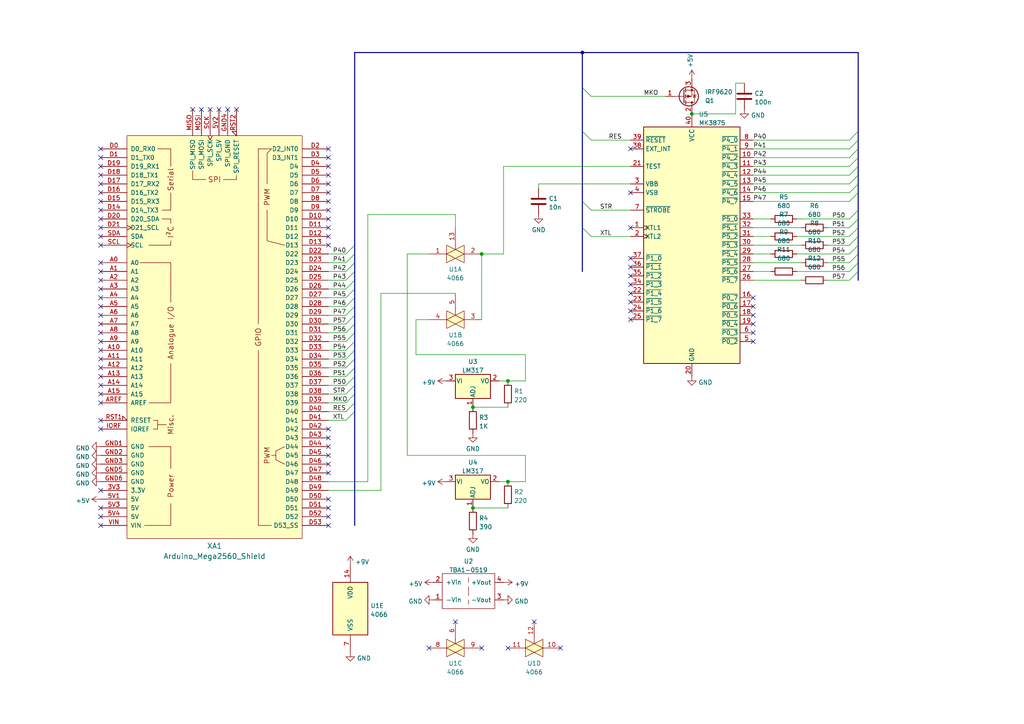
<source format=kicad_sch>
(kicad_sch (version 20230121) (generator eeschema)
  (paper "A4")
  (lib_symbols
    (symbol "4xxx:4066" (pin_names (offset 1.016))
      (property "Reference" "U" (at -7.62 8.89 0))
      (property "Value" "4066" (at -7.62 -8.89 0))
      (symbol "4066_1_0"
        (polyline (pts (xy 0 1.27) (xy 0 2.54)) (stroke (width 0.1524)))
        (polyline (pts (xy -2.54 0) (xy 2.54 2.54) (xy 2.54 -2.54) (xy -2.54 0)) (fill (type background)))
        (polyline (pts (xy -2.54 2.54) (xy 2.54 0) (xy -2.54 -2.54) (xy -2.54 2.54)) (fill (type background)))
        (pin passive line (at -7.62 0 0) (length 5.08) (name "~") (number "1"))
        (pin input line (at 0 7.62 270) (length 5.08) (name "~") (number "13"))
        (pin passive line (at 7.62 0 180) (length 5.08) (name "~") (number "2"))
      )
      (symbol "4066_2_0"
        (polyline (pts (xy 0 1.27) (xy 0 2.54)) (stroke (width 0.1524)))
        (polyline (pts (xy -2.54 0) (xy 2.54 2.54) (xy 2.54 -2.54) (xy -2.54 0)) (fill (type background)))
        (polyline (pts (xy -2.54 2.54) (xy 2.54 0) (xy -2.54 -2.54) (xy -2.54 2.54)) (fill (type background)))
        (pin passive line (at 7.62 0 180) (length 5.08) (name "~") (number "3"))
        (pin passive line (at -7.62 0 0) (length 5.08) (name "~") (number "4"))
        (pin input line (at 0 7.62 270) (length 5.08) (name "~") (number "5"))
      )
      (symbol "4066_3_0"
        (polyline (pts (xy 0 1.27) (xy 0 2.54)) (stroke (width 0.1524)))
        (polyline (pts (xy -2.54 0) (xy 2.54 2.54) (xy 2.54 -2.54) (xy -2.54 0)) (fill (type background)))
        (polyline (pts (xy -2.54 2.54) (xy 2.54 0) (xy -2.54 -2.54) (xy -2.54 2.54)) (fill (type background)))
        (pin input line (at 0 7.62 270) (length 5.08) (name "~") (number "6"))
        (pin passive line (at -7.62 0 0) (length 5.08) (name "~") (number "8"))
        (pin passive line (at 7.62 0 180) (length 5.08) (name "~") (number "9"))
      )
      (symbol "4066_4_0"
        (polyline (pts (xy 0 1.27) (xy 0 2.54)) (stroke (width 0.1524)))
        (polyline (pts (xy -2.54 0) (xy 2.54 2.54) (xy 2.54 -2.54) (xy -2.54 0)) (fill (type background)))
        (polyline (pts (xy -2.54 2.54) (xy 2.54 0) (xy -2.54 -2.54) (xy -2.54 2.54)) (fill (type background)))
        (pin passive line (at 7.62 0 180) (length 5.08) (name "~") (number "10"))
        (pin passive line (at -7.62 0 0) (length 5.08) (name "~") (number "11"))
        (pin input line (at 0 7.62 270) (length 5.08) (name "~") (number "12"))
      )
      (symbol "4066_5_0"
        (pin power_in line (at 0 12.7 270) (length 5.08) (name "VDD") (number "14"))
        (pin power_in line (at 0 -12.7 90) (length 5.08) (name "VSS") (number "7"))
      )
      (symbol "4066_5_1"
        (rectangle (start -5.08 7.62) (end 5.08 -7.62) (stroke (width 0.254)) (fill (type background)))
      )
    )
    (symbol "Device:C" (pin_numbers hide) (pin_names (offset 0.254))
      (property "Reference" "C" (at 0.635 2.54 0))
      (property "Value" "C" (at 0.635 -2.54 0))
      (symbol "C_0_1"
        (polyline (pts (xy -2.032 -0.762) (xy 2.032 -0.762)) (stroke (width 0.508)))
        (polyline (pts (xy -2.032 0.762) (xy 2.032 0.762)) (stroke (width 0.508)))
      )
      (symbol "C_1_1"
        (pin passive line (at 0 3.81 270) (length 2.794) (name "~") (number "1"))
        (pin passive line (at 0 -3.81 90) (length 2.794) (name "~") (number "2"))
      )
    )
    (symbol "Device:R" (pin_numbers hide) (pin_names (offset 0))
      (property "Reference" "R" (at 2.032 0 90))
      (property "Value" "R" (at 0 0 90))
      (symbol "R_0_1"
        (rectangle (start -1.016 -2.54) (end 1.016 2.54) (stroke (width 0.254)))
      )
      (symbol "R_1_1"
        (pin passive line (at 0 3.81 270) (length 1.27) (name "~") (number "1"))
        (pin passive line (at 0 -3.81 90) (length 1.27) (name "~") (number "2"))
      )
    )
    (symbol "MDC:TEA1-0505" (pin_names (offset 1.016))
      (property "Reference" "U" (at 0 8.89 0))
      (property "Value" "TEA1-0505" (at 0 6.35 0))
      (symbol "TEA1-0505_0_1"
        (rectangle (start -7.62 5.08) (end 7.62 -5.08))
        (polyline (pts (xy 0 -2.54) (xy 0 -3.81)))
        (polyline (pts (xy 0 -1.27) (xy 0 1.27)))
        (polyline (pts (xy 0 2.54) (xy 0 3.81)))
      )
      (symbol "TEA1-0505_1_1"
        (pin power_in line (at -10.16 -2.54 0) (length 2.54) (name "-Vin") (number "1"))
        (pin power_in line (at -10.16 2.54 0) (length 2.54) (name "+Vin") (number "2"))
        (pin power_out line (at 10.16 -2.54 180) (length 2.54) (name "-Vout") (number "3"))
        (pin power_out line (at 10.16 2.54 180) (length 2.54) (name "+Vout") (number "4"))
      )
    )
    (symbol "Mostek:MK3875"
      (property "Reference" "U" (at 6.35 35.56 0))
      (property "Value" "MK3875" (at -10.16 35.56 0))
      (symbol "MK3875_0_1"
        (rectangle (start -13.97 34.29) (end 13.97 -34.29) (stroke (width 0.254)) (fill (type background)))
      )
      (symbol "MK3875_1_1"
        (pin input clock (at -17.78 5.08 0) (length 3.81) (name "XTL1") (number "1"))
        (pin bidirectional line (at 17.78 25.4 180) (length 3.81) (name "~{P4_2}") (number "10"))
        (pin bidirectional line (at 17.78 22.86 180) (length 3.81) (name "~{P4_3}") (number "11"))
        (pin bidirectional line (at 17.78 20.32 180) (length 3.81) (name "~{P4_4}") (number "12"))
        (pin bidirectional line (at 17.78 17.78 180) (length 3.81) (name "~{P4_5}") (number "13"))
        (pin bidirectional line (at 17.78 15.24 180) (length 3.81) (name "~{P4_6}") (number "14"))
        (pin bidirectional line (at 17.78 12.7 180) (length 3.81) (name "~{P4_7}") (number "15"))
        (pin bidirectional line (at 17.78 -15.24 180) (length 3.81) (name "~{P0_7}") (number "16"))
        (pin bidirectional line (at 17.78 -17.78 180) (length 3.81) (name "~{P0_6}") (number "17"))
        (pin bidirectional line (at 17.78 -20.32 180) (length 3.81) (name "~{P0_5}") (number "18"))
        (pin bidirectional line (at 17.78 -22.86 180) (length 3.81) (name "~{P0_4}") (number "19"))
        (pin input clock (at -17.78 2.54 0) (length 3.81) (name "XTL2") (number "2"))
        (pin power_in line (at 0 -38.1 90) (length 3.81) (name "GND") (number "20"))
        (pin input line (at -17.78 22.86 0) (length 3.81) (name "TEST") (number "21"))
        (pin bidirectional line (at -17.78 -13.97 0) (length 3.81) (name "~{P1_4}") (number "22"))
        (pin bidirectional line (at -17.78 -16.51 0) (length 3.81) (name "~{P1_5}") (number "23"))
        (pin bidirectional line (at -17.78 -19.05 0) (length 3.81) (name "~{P1_6}") (number "24"))
        (pin bidirectional line (at -17.78 -21.59 0) (length 3.81) (name "~{P1_7}") (number "25"))
        (pin bidirectional line (at 17.78 -10.16 180) (length 3.81) (name "~{P5_7}") (number "26"))
        (pin bidirectional line (at 17.78 -7.62 180) (length 3.81) (name "~{P5_6}") (number "27"))
        (pin bidirectional line (at 17.78 -5.08 180) (length 3.81) (name "~{P5_5}") (number "28"))
        (pin bidirectional line (at 17.78 -2.54 180) (length 3.81) (name "~{P5_4}") (number "29"))
        (pin power_in line (at -17.78 17.78 0) (length 3.81) (name "VBB") (number "3"))
        (pin bidirectional line (at 17.78 0 180) (length 3.81) (name "~{P5_3}") (number "30"))
        (pin bidirectional line (at 17.78 2.54 180) (length 3.81) (name "~{P5_2}") (number "31"))
        (pin bidirectional line (at 17.78 5.08 180) (length 3.81) (name "~{P5_1}") (number "32"))
        (pin bidirectional line (at 17.78 7.62 180) (length 3.81) (name "~{P5_0}") (number "33"))
        (pin bidirectional line (at -17.78 -11.43 0) (length 3.81) (name "~{P1_3}") (number "34"))
        (pin bidirectional line (at -17.78 -8.89 0) (length 3.81) (name "~{P1_2}") (number "35"))
        (pin bidirectional line (at -17.78 -6.35 0) (length 3.81) (name "~{P1_1}") (number "36"))
        (pin bidirectional line (at -17.78 -3.81 0) (length 3.81) (name "~{P1_0}") (number "37"))
        (pin input line (at -17.78 27.94 0) (length 3.81) (name "EXT_INT") (number "38"))
        (pin input line (at -17.78 30.48 0) (length 3.81) (name "~{RESET}") (number "39"))
        (pin power_in line (at -17.78 15.24 0) (length 3.81) (name "VSB") (number "4"))
        (pin power_in line (at 0 38.1 270) (length 3.81) (name "VCC") (number "40"))
        (pin bidirectional line (at 17.78 -27.94 180) (length 3.81) (name "~{P0_2}") (number "5"))
        (pin bidirectional line (at 17.78 -25.4 180) (length 3.81) (name "~{P0_3}") (number "6"))
        (pin output line (at -17.78 10.16 0) (length 3.81) (name "~{STROBE}") (number "7"))
        (pin bidirectional line (at 17.78 30.48 180) (length 3.81) (name "~{P4_0}") (number "8"))
        (pin bidirectional line (at 17.78 27.94 180) (length 3.81) (name "~{P4_1}") (number "9"))
      )
    )
    (symbol "Regulator_Linear:LM317L_TO92" (pin_names (offset 0.254))
      (property "Reference" "U" (at -3.81 3.175 0))
      (property "Value" "LM317L_TO92" (at 0 3.175 0))
      (symbol "LM317L_TO92_0_1"
        (rectangle (start -5.08 1.905) (end 5.08 -5.08) (stroke (width 0.254)) (fill (type background)))
      )
      (symbol "LM317L_TO92_1_1"
        (pin input line (at 0 -7.62 90) (length 2.54) (name "ADJ") (number "1"))
        (pin power_out line (at 7.62 0 180) (length 2.54) (name "VO") (number "2"))
        (pin power_in line (at -7.62 0 0) (length 2.54) (name "VI") (number "3"))
      )
    )
    (symbol "Transistor_FET:IRF9540N" (pin_names hide)
      (property "Reference" "Q" (at 5.08 1.905 0))
      (property "Value" "IRF9540N" (at 5.08 0 0))
      (symbol "IRF9540N_0_1"
        (polyline (pts (xy 0.254 0) (xy -2.54 0)))
        (polyline (pts (xy 0.254 1.905) (xy 0.254 -1.905)) (stroke (width 0.254)))
        (polyline (pts (xy 0.762 -1.27) (xy 0.762 -2.286)) (stroke (width 0.254)))
        (polyline (pts (xy 0.762 0.508) (xy 0.762 -0.508)) (stroke (width 0.254)))
        (polyline (pts (xy 0.762 2.286) (xy 0.762 1.27)) (stroke (width 0.254)))
        (polyline (pts (xy 2.54 2.54) (xy 2.54 1.778)))
        (polyline (pts (xy 2.54 -2.54) (xy 2.54 0) (xy 0.762 0)))
        (polyline (pts (xy 0.762 1.778) (xy 3.302 1.778) (xy 3.302 -1.778) (xy 0.762 -1.778)))
        (polyline (pts (xy 2.286 0) (xy 1.27 0.381) (xy 1.27 -0.381) (xy 2.286 0)) (fill (type outline)))
        (polyline (pts (xy 2.794 -0.508) (xy 2.921 -0.381) (xy 3.683 -0.381) (xy 3.81 -0.254)))
        (polyline (pts (xy 3.302 -0.381) (xy 2.921 0.254) (xy 3.683 0.254) (xy 3.302 -0.381)))
        (circle (center 1.651 0) (radius 2.794) (stroke (width 0.254)))
        (circle (center 2.54 -1.778) (radius 0.254) (fill (type outline)))
        (circle (center 2.54 1.778) (radius 0.254) (fill (type outline)))
      )
      (symbol "IRF9540N_1_1"
        (pin input line (at -5.08 0 0) (length 2.54) (name "G") (number "1"))
        (pin passive line (at 2.54 5.08 270) (length 2.54) (name "D") (number "2"))
        (pin passive line (at 2.54 -5.08 90) (length 2.54) (name "S") (number "3"))
      )
    )
    (symbol "arduino:Arduino_Mega2560_Shield" (pin_names (offset 1.016))
      (property "Reference" "XA" (at 2.54 0 90))
      (property "Value" "Arduino_Mega2560_Shield" (at -2.54 0 90))
      (symbol "Arduino_Mega2560_Shield_0_0"
        (rectangle (start -25.4 -58.42) (end 25.4 58.42) (fill (type background)))
        (rectangle (start -20.32 -54.61) (end -12.7 -54.61))
        (rectangle (start -19.05 -31.75) (end -12.7 -31.75))
        (rectangle (start -19.05 -19.05) (end -12.7 -19.05))
        (rectangle (start -19.05 26.67) (end -12.7 26.67))
        (rectangle (start -17.78 -26.67) (end -16.51 -26.67))
        (rectangle (start -17.78 -24.13) (end -16.51 -24.13))
        (rectangle (start -16.51 -25.4) (end -13.97 -25.4))
        (rectangle (start -16.51 -24.13) (end -16.51 -26.67))
        (rectangle (start -16.51 54.61) (end -12.7 54.61))
        (rectangle (start -15.24 34.29) (end -12.7 34.29))
        (rectangle (start -15.24 36.83) (end -12.7 36.83))
        (rectangle (start -12.7 -54.61) (end -12.7 -48.26))
        (rectangle (start -12.7 -31.75) (end -12.7 -38.1))
        (rectangle (start -12.7 26.67) (end -12.7 27.94))
        (rectangle (start -12.7 34.29) (end -12.7 33.02))
        (rectangle (start -12.7 41.91) (end -12.7 36.83))
        (rectangle (start -12.7 49.53) (end -12.7 54.61))
        (rectangle (start -6.35 48.26) (end -6.35 45.72))
        (rectangle (start -2.54 45.72) (end -6.35 45.72))
        (polyline (pts (xy -21.59 21.59) (xy -12.7 21.59)))
        (polyline (pts (xy -12.7 -19.05) (xy -12.7 -7.62)))
        (polyline (pts (xy -12.7 10.16) (xy -12.7 21.59)))
        (polyline (pts (xy 12.7 -54.61) (xy 16.51 -54.61)))
        (polyline (pts (xy 12.7 54.61) (xy 16.51 54.61)))
        (polyline (pts (xy 17.78 -34.29) (xy 16.51 -34.29)))
        (polyline (pts (xy 15.24 36.83) (xy 15.24 27.94) (xy 20.32 26.67)))
        (polyline (pts (xy 15.24 44.45) (xy 15.24 53.34) (xy 16.51 54.61)))
        (polyline (pts (xy 20.32 -31.75) (xy 17.78 -33.02) (xy 17.78 -35.56) (xy 20.32 -36.83)))
        (rectangle (start 6.35 45.72) (end 2.54 45.72))
        (rectangle (start 6.35 46.99) (end 6.35 45.72))
        (text "Analogue I/O" (at -12.7 1.27 900) (effects (font (size 1.524 1.524))))
        (text "I²C" (at -12.7 30.48 900) (effects (font (size 1.524 1.524))))
        (text "Misc." (at -12.7 -25.4 900) (effects (font (size 1.524 1.524))))
        (text "Power" (at -12.7 -43.18 900) (effects (font (size 1.524 1.524))))
        (text "PWM" (at 15.24 -34.29 900) (effects (font (size 1.524 1.524))))
        (text "PWM" (at 15.24 40.64 900) (effects (font (size 1.524 1.524))))
        (text "Serial" (at -12.7 45.72 900) (effects (font (size 1.524 1.524))))
        (text "SPI" (at 0 45.72 0) (effects (font (size 1.524 1.524))))
      )
      (symbol "Arduino_Mega2560_Shield_1_0"
        (rectangle (start 12.7 -54.61) (end 12.7 -3.81))
        (rectangle (start 12.7 54.61) (end 12.7 3.81))
        (text "GPIO" (at 12.7 0 900) (effects (font (size 1.524 1.524))))
      )
      (symbol "Arduino_Mega2560_Shield_1_1"
        (pin power_in line (at -33.02 -44.45 0) (length 7.62) (name "3.3V") (number "3V3"))
        (pin power_in line (at -33.02 -46.99 0) (length 7.62) (name "5V") (number "5V1"))
        (pin power_in line (at 1.27 66.04 270) (length 7.62) (name "SPI_5V") (number "5V2"))
        (pin power_in line (at -33.02 -49.53 0) (length 7.62) (name "5V") (number "5V3"))
        (pin power_in line (at -33.02 -52.07 0) (length 7.62) (name "5V") (number "5V4"))
        (pin bidirectional line (at -33.02 21.59 0) (length 7.62) (name "A0") (number "A0"))
        (pin bidirectional line (at -33.02 19.05 0) (length 7.62) (name "A1") (number "A1"))
        (pin bidirectional line (at -33.02 -3.81 0) (length 7.62) (name "A10") (number "A10"))
        (pin bidirectional line (at -33.02 -6.35 0) (length 7.62) (name "A11") (number "A11"))
        (pin bidirectional line (at -33.02 -8.89 0) (length 7.62) (name "A12") (number "A12"))
        (pin bidirectional line (at -33.02 -11.43 0) (length 7.62) (name "A13") (number "A13"))
        (pin bidirectional line (at -33.02 -13.97 0) (length 7.62) (name "A14") (number "A14"))
        (pin bidirectional line (at -33.02 -16.51 0) (length 7.62) (name "A15") (number "A15"))
        (pin bidirectional line (at -33.02 16.51 0) (length 7.62) (name "A2") (number "A2"))
        (pin bidirectional line (at -33.02 13.97 0) (length 7.62) (name "A3") (number "A3"))
        (pin bidirectional line (at -33.02 11.43 0) (length 7.62) (name "A4") (number "A4"))
        (pin bidirectional line (at -33.02 8.89 0) (length 7.62) (name "A5") (number "A5"))
        (pin bidirectional line (at -33.02 6.35 0) (length 7.62) (name "A6") (number "A6"))
        (pin bidirectional line (at -33.02 3.81 0) (length 7.62) (name "A7") (number "A7"))
        (pin bidirectional line (at -33.02 1.27 0) (length 7.62) (name "A8") (number "A8"))
        (pin bidirectional line (at -33.02 -1.27 0) (length 7.62) (name "A9") (number "A9"))
        (pin input line (at -33.02 -19.05 0) (length 7.62) (name "AREF") (number "AREF"))
        (pin bidirectional line (at -33.02 54.61 0) (length 7.62) (name "D0_RX0") (number "D0"))
        (pin bidirectional line (at -33.02 52.07 0) (length 7.62) (name "D1_TX0") (number "D1"))
        (pin bidirectional line (at 33.02 34.29 180) (length 7.62) (name "D10") (number "D10"))
        (pin bidirectional line (at 33.02 31.75 180) (length 7.62) (name "D11") (number "D11"))
        (pin bidirectional line (at 33.02 29.21 180) (length 7.62) (name "D12") (number "D12"))
        (pin bidirectional line (at 33.02 26.67 180) (length 7.62) (name "D13") (number "D13"))
        (pin bidirectional line (at -33.02 36.83 0) (length 7.62) (name "D14_TX3") (number "D14"))
        (pin bidirectional line (at -33.02 39.37 0) (length 7.62) (name "D15_RX3") (number "D15"))
        (pin bidirectional line (at -33.02 41.91 0) (length 7.62) (name "D16_TX2") (number "D16"))
        (pin bidirectional line (at -33.02 44.45 0) (length 7.62) (name "D17_RX2") (number "D17"))
        (pin bidirectional line (at -33.02 46.99 0) (length 7.62) (name "D18_TX1") (number "D18"))
        (pin bidirectional line (at -33.02 49.53 0) (length 7.62) (name "D19_RX1") (number "D19"))
        (pin bidirectional line (at 33.02 54.61 180) (length 7.62) (name "D2_INT0") (number "D2"))
        (pin bidirectional line (at -33.02 34.29 0) (length 7.62) (name "D20_SDA") (number "D20"))
        (pin bidirectional clock (at -33.02 31.75 0) (length 7.62) (name "D21_SCL") (number "D21"))
        (pin bidirectional line (at 33.02 24.13 180) (length 7.62) (name "D22") (number "D22"))
        (pin bidirectional line (at 33.02 21.59 180) (length 7.62) (name "D23") (number "D23"))
        (pin bidirectional line (at 33.02 19.05 180) (length 7.62) (name "D24") (number "D24"))
        (pin bidirectional line (at 33.02 16.51 180) (length 7.62) (name "D25") (number "D25"))
        (pin bidirectional line (at 33.02 13.97 180) (length 7.62) (name "D26") (number "D26"))
        (pin bidirectional line (at 33.02 11.43 180) (length 7.62) (name "D27") (number "D27"))
        (pin bidirectional line (at 33.02 8.89 180) (length 7.62) (name "D28") (number "D28"))
        (pin bidirectional line (at 33.02 6.35 180) (length 7.62) (name "D29") (number "D29"))
        (pin bidirectional line (at 33.02 52.07 180) (length 7.62) (name "D3_INT1") (number "D3"))
        (pin bidirectional line (at 33.02 3.81 180) (length 7.62) (name "D30") (number "D30"))
        (pin bidirectional line (at 33.02 1.27 180) (length 7.62) (name "D31") (number "D31"))
        (pin bidirectional line (at 33.02 -1.27 180) (length 7.62) (name "D32") (number "D32"))
        (pin bidirectional line (at 33.02 -3.81 180) (length 7.62) (name "D33") (number "D33"))
        (pin bidirectional line (at 33.02 -6.35 180) (length 7.62) (name "D34") (number "D34"))
        (pin bidirectional line (at 33.02 -8.89 180) (length 7.62) (name "D35") (number "D35"))
        (pin bidirectional line (at 33.02 -11.43 180) (length 7.62) (name "D36") (number "D36"))
        (pin bidirectional line (at 33.02 -13.97 180) (length 7.62) (name "D37") (number "D37"))
        (pin bidirectional line (at 33.02 -16.51 180) (length 7.62) (name "D38") (number "D38"))
        (pin bidirectional line (at 33.02 -19.05 180) (length 7.62) (name "D39") (number "D39"))
        (pin bidirectional line (at 33.02 49.53 180) (length 7.62) (name "D4") (number "D4"))
        (pin bidirectional line (at 33.02 -21.59 180) (length 7.62) (name "D40") (number "D40"))
        (pin bidirectional line (at 33.02 -24.13 180) (length 7.62) (name "D41") (number "D41"))
        (pin bidirectional line (at 33.02 -26.67 180) (length 7.62) (name "D42") (number "D42"))
        (pin bidirectional line (at 33.02 -29.21 180) (length 7.62) (name "D43") (number "D43"))
        (pin bidirectional line (at 33.02 -31.75 180) (length 7.62) (name "D44") (number "D44"))
        (pin bidirectional line (at 33.02 -34.29 180) (length 7.62) (name "D45") (number "D45"))
        (pin bidirectional line (at 33.02 -36.83 180) (length 7.62) (name "D46") (number "D46"))
        (pin bidirectional line (at 33.02 -39.37 180) (length 7.62) (name "D47") (number "D47"))
        (pin bidirectional line (at 33.02 -41.91 180) (length 7.62) (name "D48") (number "D48"))
        (pin bidirectional line (at 33.02 -44.45 180) (length 7.62) (name "D49") (number "D49"))
        (pin bidirectional line (at 33.02 46.99 180) (length 7.62) (name "D5") (number "D5"))
        (pin bidirectional line (at 33.02 -46.99 180) (length 7.62) (name "D50") (number "D50"))
        (pin bidirectional line (at 33.02 -49.53 180) (length 7.62) (name "D51") (number "D51"))
        (pin bidirectional line (at 33.02 -52.07 180) (length 7.62) (name "D52") (number "D52"))
        (pin bidirectional line (at 33.02 -54.61 180) (length 7.62) (name "D53_SS") (number "D53"))
        (pin bidirectional line (at 33.02 44.45 180) (length 7.62) (name "D6") (number "D6"))
        (pin bidirectional line (at 33.02 41.91 180) (length 7.62) (name "D7") (number "D7"))
        (pin bidirectional line (at 33.02 39.37 180) (length 7.62) (name "D8") (number "D8"))
        (pin bidirectional line (at 33.02 36.83 180) (length 7.62) (name "D9") (number "D9"))
        (pin power_in line (at -33.02 -31.75 0) (length 7.62) (name "GND") (number "GND1"))
        (pin power_in line (at -33.02 -34.29 0) (length 7.62) (name "GND") (number "GND2"))
        (pin power_in line (at -33.02 -36.83 0) (length 7.62) (name "GND") (number "GND3"))
        (pin power_in line (at 3.81 66.04 270) (length 7.62) (name "SPI_GND") (number "GND4"))
        (pin power_in line (at -33.02 -39.37 0) (length 7.62) (name "GND") (number "GND5"))
        (pin power_in line (at -33.02 -41.91 0) (length 7.62) (name "GND") (number "GND6"))
        (pin output line (at -33.02 -26.67 0) (length 7.62) (name "IOREF") (number "IORF"))
        (pin input line (at -6.35 66.04 270) (length 7.62) (name "SPI_MISO") (number "MISO"))
        (pin output line (at -3.81 66.04 270) (length 7.62) (name "SPI_MOSI") (number "MOSI"))
        (pin open_collector input_low (at -33.02 -24.13 0) (length 7.62) (name "RESET") (number "RST1"))
        (pin open_collector input_low (at 6.35 66.04 270) (length 7.62) (name "SPI_RESET") (number "RST2"))
        (pin output clock (at -1.27 66.04 270) (length 7.62) (name "SPI_SCK") (number "SCK"))
        (pin bidirectional clock (at -33.02 26.67 0) (length 7.62) (name "SCL") (number "SCL"))
        (pin bidirectional line (at -33.02 29.21 0) (length 7.62) (name "SDA") (number "SDA"))
        (pin power_in line (at -33.02 -54.61 0) (length 7.62) (name "VIN") (number "VIN"))
      )
    )
    (symbol "power:+5V" (power) (pin_names (offset 0))
      (property "Value" "+5V" (at 0 3.556 0))
      (symbol "+5V_0_1"
        (polyline (pts (xy -0.762 1.27) (xy 0 2.54)))
        (polyline (pts (xy 0 0) (xy 0 2.54)))
        (polyline (pts (xy 0 2.54) (xy 0.762 1.27)))
      )
      (symbol "+5V_1_1"
        (pin power_in line (at 0 0 90) (length 0) hide (name "+5V") (number "1"))
      )
    )
    (symbol "power:+9V" (power) (pin_names (offset 0))
      (property "Value" "+9V" (at 0 3.556 0))
      (symbol "+9V_0_1"
        (polyline (pts (xy -0.762 1.27) (xy 0 2.54)))
        (polyline (pts (xy 0 0) (xy 0 2.54)))
        (polyline (pts (xy 0 2.54) (xy 0.762 1.27)))
      )
      (symbol "+9V_1_1"
        (pin power_in line (at 0 0 90) (length 0) hide (name "+9V") (number "1"))
      )
    )
    (symbol "power:GND" (power) (pin_names (offset 0))
      (property "Value" "GND" (at 0 -3.81 0))
      (symbol "GND_0_1"
        (polyline (pts (xy 0 0) (xy 0 -1.27) (xy 1.27 -1.27) (xy 0 -2.54) (xy -1.27 -1.27) (xy 0 -1.27)))
      )
      (symbol "GND_1_1"
        (pin power_in line (at 0 0 270) (length 0) hide (name "GND") (number "1"))
      )
    )
  )
  (junction (at 139.7 73.66))
  (junction (at 137.16 147.32))
  (junction (at 137.16 118.11))
  (junction (at 147.32 139.7))
  (junction (at 168.91 15.24))
  (junction (at 147.32 110.49))
  (junction (at 200.66 33.02))
  (no_connect (at 162.56 187.96))
  (no_connect (at 154.94 180.34))
  (no_connect (at 124.46 187.96))
  (no_connect (at 147.32 187.96))
  (no_connect (at 139.7 187.96))
  (no_connect (at 132.08 180.34))
  (no_connect (at 29.21 71.12))
  (no_connect (at 29.21 76.2))
  (no_connect (at 29.21 78.74))
  (no_connect (at 29.21 81.28))
  (no_connect (at 29.21 83.82))
  (no_connect (at 29.21 68.58))
  (no_connect (at 29.21 50.8))
  (no_connect (at 29.21 53.34))
  (no_connect (at 29.21 55.88))
  (no_connect (at 29.21 58.42))
  (no_connect (at 29.21 60.96))
  (no_connect (at 29.21 63.5))
  (no_connect (at 29.21 66.04))
  (no_connect (at 29.21 43.18))
  (no_connect (at 29.21 45.72))
  (no_connect (at 29.21 48.26))
  (no_connect (at 55.88 31.75))
  (no_connect (at 58.42 31.75))
  (no_connect (at 60.96 31.75))
  (no_connect (at 63.5 31.75))
  (no_connect (at 66.04 31.75))
  (no_connect (at 68.58 31.75))
  (no_connect (at 29.21 86.36))
  (no_connect (at 29.21 88.9))
  (no_connect (at 29.21 91.44))
  (no_connect (at 29.21 93.98))
  (no_connect (at 29.21 96.52))
  (no_connect (at 29.21 99.06))
  (no_connect (at 29.21 101.6))
  (no_connect (at 29.21 104.14))
  (no_connect (at 29.21 106.68))
  (no_connect (at 29.21 109.22))
  (no_connect (at 29.21 111.76))
  (no_connect (at 29.21 114.3))
  (no_connect (at 29.21 116.84))
  (no_connect (at 29.21 121.92))
  (no_connect (at 29.21 124.46))
  (no_connect (at 29.21 142.24))
  (no_connect (at 29.21 147.32))
  (no_connect (at 29.21 149.86))
  (no_connect (at 29.21 152.4))
  (no_connect (at 95.25 71.12))
  (no_connect (at 95.25 60.96))
  (no_connect (at 95.25 63.5))
  (no_connect (at 95.25 66.04))
  (no_connect (at 95.25 68.58))
  (no_connect (at 95.25 50.8))
  (no_connect (at 95.25 48.26))
  (no_connect (at 95.25 53.34))
  (no_connect (at 95.25 55.88))
  (no_connect (at 95.25 58.42))
  (no_connect (at 95.25 45.72))
  (no_connect (at 95.25 43.18))
  (no_connect (at 95.25 152.4))
  (no_connect (at 95.25 149.86))
  (no_connect (at 95.25 147.32))
  (no_connect (at 95.25 144.78))
  (no_connect (at 95.25 124.46))
  (no_connect (at 95.25 127))
  (no_connect (at 95.25 129.54))
  (no_connect (at 95.25 132.08))
  (no_connect (at 95.25 134.62))
  (no_connect (at 95.25 137.16))
  (no_connect (at 182.88 55.88))
  (no_connect (at 182.88 43.18))
  (no_connect (at 182.88 74.93))
  (no_connect (at 182.88 66.04))
  (no_connect (at 218.44 88.9))
  (no_connect (at 218.44 91.44))
  (no_connect (at 218.44 93.98))
  (no_connect (at 218.44 96.52))
  (no_connect (at 218.44 99.06))
  (no_connect (at 218.44 86.36))
  (no_connect (at 182.88 92.71))
  (no_connect (at 182.88 82.55))
  (no_connect (at 182.88 85.09))
  (no_connect (at 182.88 87.63))
  (no_connect (at 182.88 90.17))
  (no_connect (at 182.88 77.47))
  (no_connect (at 182.88 80.01))
  (bus_entry (at 102.87 88.9) (size -2.54 2.54))
  (bus_entry (at 102.87 71.12) (size -2.54 2.54))
  (bus_entry (at 102.87 81.28) (size -2.54 2.54))
  (bus_entry (at 102.87 83.82) (size -2.54 2.54))
  (bus_entry (at 102.87 86.36) (size -2.54 2.54))
  (bus_entry (at 102.87 78.74) (size -2.54 2.54))
  (bus_entry (at 102.87 73.66) (size -2.54 2.54))
  (bus_entry (at 102.87 76.2) (size -2.54 2.54))
  (bus_entry (at 248.92 38.1) (size -2.54 2.54))
  (bus_entry (at 168.91 66.04) (size 2.54 2.54))
  (bus_entry (at 168.91 25.4) (size 2.54 2.54))
  (bus_entry (at 102.87 109.22) (size -2.54 2.54))
  (bus_entry (at 102.87 106.68) (size -2.54 2.54))
  (bus_entry (at 102.87 104.14) (size -2.54 2.54))
  (bus_entry (at 102.87 101.6) (size -2.54 2.54))
  (bus_entry (at 102.87 99.06) (size -2.54 2.54))
  (bus_entry (at 102.87 96.52) (size -2.54 2.54))
  (bus_entry (at 102.87 93.98) (size -2.54 2.54))
  (bus_entry (at 102.87 91.44) (size -2.54 2.54))
  (bus_entry (at 168.91 58.42) (size 2.54 2.54))
  (bus_entry (at 102.87 119.38) (size -2.54 2.54))
  (bus_entry (at 102.87 116.84) (size -2.54 2.54))
  (bus_entry (at 102.87 111.76) (size -2.54 2.54))
  (bus_entry (at 168.91 38.1) (size 2.54 2.54))
  (bus_entry (at 102.87 114.3) (size -2.54 2.54))
  (bus_entry (at 248.92 40.64) (size -2.54 2.54))
  (bus_entry (at 248.92 43.18) (size -2.54 2.54))
  (bus_entry (at 248.92 53.34) (size -2.54 2.54))
  (bus_entry (at 248.92 45.72) (size -2.54 2.54))
  (bus_entry (at 248.92 48.26) (size -2.54 2.54))
  (bus_entry (at 248.92 50.8) (size -2.54 2.54))
  (bus_entry (at 248.92 55.88) (size -2.54 2.54))
  (bus_entry (at 248.92 60.96) (size -2.54 2.54))
  (bus_entry (at 248.92 63.5) (size -2.54 2.54))
  (bus_entry (at 248.92 66.04) (size -2.54 2.54))
  (bus_entry (at 248.92 68.58) (size -2.54 2.54))
  (bus_entry (at 248.92 71.12) (size -2.54 2.54))
  (bus_entry (at 248.92 73.66) (size -2.54 2.54))
  (bus_entry (at 248.92 76.2) (size -2.54 2.54))
  (bus_entry (at 248.92 78.74) (size -2.54 2.54))
  (wire (pts (xy 95.25 106.68) (xy 100.33 106.68)))
  (wire (pts (xy 218.44 53.34) (xy 246.38 53.34)))
  (wire (pts (xy 218.44 40.64) (xy 246.38 40.64)))
  (wire (pts (xy 95.25 91.44) (xy 100.33 91.44)))
  (bus (pts (xy 102.87 152.4) (xy 102.87 119.38)))
  (bus (pts (xy 102.87 96.52) (xy 102.87 93.98)))
  (bus (pts (xy 102.87 109.22) (xy 102.87 106.68)))
  (bus (pts (xy 168.91 66.04) (xy 168.91 78.74)))
  (bus (pts (xy 102.87 15.24) (xy 168.91 15.24)))
  (wire (pts (xy 106.68 139.7) (xy 106.68 62.23)))
  (wire (pts (xy 95.25 76.2) (xy 100.33 76.2)))
  (wire (pts (xy 152.4 102.87) (xy 120.65 102.87)))
  (bus (pts (xy 248.92 76.2) (xy 248.92 78.74)))
  (wire (pts (xy 240.03 66.04) (xy 246.38 66.04)))
  (wire (pts (xy 139.7 73.66) (xy 146.05 73.66)))
  (bus (pts (xy 102.87 88.9) (xy 102.87 86.36)))
  (wire (pts (xy 144.78 110.49) (xy 147.32 110.49)))
  (wire (pts (xy 118.11 132.08) (xy 118.11 73.66)))
  (wire (pts (xy 218.44 48.26) (xy 246.38 48.26)))
  (wire (pts (xy 171.45 40.64) (xy 182.88 40.64)))
  (wire (pts (xy 231.14 68.58) (xy 246.38 68.58)))
  (wire (pts (xy 95.25 139.7) (xy 106.68 139.7)))
  (wire (pts (xy 110.49 142.24) (xy 110.49 85.09)))
  (bus (pts (xy 248.92 78.74) (xy 248.92 81.28)))
  (bus (pts (xy 102.87 83.82) (xy 102.87 81.28)))
  (wire (pts (xy 147.32 139.7) (xy 152.4 139.7)))
  (wire (pts (xy 95.25 109.22) (xy 100.33 109.22)))
  (bus (pts (xy 168.91 25.4) (xy 168.91 38.1)))
  (wire (pts (xy 95.25 99.06) (xy 100.33 99.06)))
  (wire (pts (xy 146.05 48.26) (xy 182.88 48.26)))
  (wire (pts (xy 240.03 71.12) (xy 246.38 71.12)))
  (wire (pts (xy 95.25 96.52) (xy 100.33 96.52)))
  (wire (pts (xy 200.66 33.02) (xy 213.36 33.02)))
  (bus (pts (xy 102.87 111.76) (xy 102.87 109.22)))
  (bus (pts (xy 102.87 73.66) (xy 102.87 71.12)))
  (wire (pts (xy 152.4 110.49) (xy 152.4 102.87)))
  (wire (pts (xy 240.03 81.28) (xy 246.38 81.28)))
  (bus (pts (xy 168.91 58.42) (xy 168.91 66.04)))
  (wire (pts (xy 144.78 139.7) (xy 147.32 139.7)))
  (bus (pts (xy 102.87 81.28) (xy 102.87 78.74)))
  (wire (pts (xy 137.16 118.11) (xy 147.32 118.11)))
  (wire (pts (xy 152.4 132.08) (xy 118.11 132.08)))
  (bus (pts (xy 102.87 101.6) (xy 102.87 99.06)))
  (wire (pts (xy 147.32 110.49) (xy 152.4 110.49)))
  (wire (pts (xy 213.36 24.13) (xy 213.36 33.02)))
  (wire (pts (xy 120.65 92.71) (xy 124.46 92.71)))
  (wire (pts (xy 240.03 76.2) (xy 246.38 76.2)))
  (wire (pts (xy 95.25 88.9) (xy 100.33 88.9)))
  (bus (pts (xy 248.92 40.64) (xy 248.92 43.18)))
  (wire (pts (xy 218.44 76.2) (xy 232.41 76.2)))
  (wire (pts (xy 95.25 78.74) (xy 100.33 78.74)))
  (wire (pts (xy 95.25 114.3) (xy 100.33 114.3)))
  (wire (pts (xy 95.25 104.14) (xy 100.33 104.14)))
  (bus (pts (xy 168.91 38.1) (xy 168.91 58.42)))
  (wire (pts (xy 218.44 45.72) (xy 246.38 45.72)))
  (bus (pts (xy 248.92 55.88) (xy 248.92 60.96)))
  (wire (pts (xy 95.25 83.82) (xy 100.33 83.82)))
  (bus (pts (xy 102.87 91.44) (xy 102.87 88.9)))
  (wire (pts (xy 171.45 60.96) (xy 182.88 60.96)))
  (bus (pts (xy 248.92 66.04) (xy 248.92 68.58)))
  (wire (pts (xy 218.44 63.5) (xy 223.52 63.5)))
  (bus (pts (xy 248.92 73.66) (xy 248.92 76.2)))
  (wire (pts (xy 231.14 78.74) (xy 246.38 78.74)))
  (wire (pts (xy 95.25 119.38) (xy 100.33 119.38)))
  (wire (pts (xy 95.25 121.92) (xy 100.33 121.92)))
  (wire (pts (xy 182.88 53.34) (xy 156.21 53.34)))
  (bus (pts (xy 102.87 93.98) (xy 102.87 91.44)))
  (bus (pts (xy 102.87 106.68) (xy 102.87 104.14)))
  (wire (pts (xy 95.25 116.84) (xy 100.33 116.84)))
  (wire (pts (xy 95.25 101.6) (xy 100.33 101.6)))
  (wire (pts (xy 156.21 53.34) (xy 156.21 54.61)))
  (bus (pts (xy 168.91 15.24) (xy 168.91 25.4)))
  (wire (pts (xy 95.25 142.24) (xy 110.49 142.24)))
  (bus (pts (xy 102.87 111.76) (xy 102.87 114.3)))
  (wire (pts (xy 95.25 111.76) (xy 100.33 111.76)))
  (wire (pts (xy 171.45 27.94) (xy 193.04 27.94)))
  (wire (pts (xy 231.14 63.5) (xy 246.38 63.5)))
  (bus (pts (xy 248.92 50.8) (xy 248.92 53.34)))
  (bus (pts (xy 102.87 78.74) (xy 102.87 76.2)))
  (bus (pts (xy 248.92 68.58) (xy 248.92 71.12)))
  (wire (pts (xy 218.44 55.88) (xy 246.38 55.88)))
  (wire (pts (xy 118.11 73.66) (xy 124.46 73.66)))
  (bus (pts (xy 102.87 86.36) (xy 102.87 83.82)))
  (bus (pts (xy 248.92 48.26) (xy 248.92 50.8)))
  (wire (pts (xy 218.44 71.12) (xy 232.41 71.12)))
  (bus (pts (xy 248.92 53.34) (xy 248.92 55.88)))
  (wire (pts (xy 152.4 139.7) (xy 152.4 132.08)))
  (wire (pts (xy 95.25 86.36) (xy 100.33 86.36)))
  (bus (pts (xy 102.87 71.12) (xy 102.87 15.24)))
  (bus (pts (xy 248.92 43.18) (xy 248.92 45.72)))
  (bus (pts (xy 248.92 45.72) (xy 248.92 48.26)))
  (wire (pts (xy 171.45 68.58) (xy 182.88 68.58)))
  (wire (pts (xy 218.44 43.18) (xy 246.38 43.18)))
  (wire (pts (xy 218.44 78.74) (xy 223.52 78.74)))
  (wire (pts (xy 218.44 68.58) (xy 223.52 68.58)))
  (bus (pts (xy 102.87 119.38) (xy 102.87 116.84)))
  (wire (pts (xy 95.25 93.98) (xy 100.33 93.98)))
  (bus (pts (xy 102.87 99.06) (xy 102.87 96.52)))
  (wire (pts (xy 218.44 81.28) (xy 232.41 81.28)))
  (wire (pts (xy 218.44 73.66) (xy 223.52 73.66)))
  (bus (pts (xy 168.91 15.24) (xy 248.92 15.24)))
  (wire (pts (xy 139.7 73.66) (xy 139.7 92.71)))
  (wire (pts (xy 218.44 58.42) (xy 246.38 58.42)))
  (wire (pts (xy 120.65 102.87) (xy 120.65 92.71)))
  (wire (pts (xy 106.68 62.23) (xy 132.08 62.23)))
  (bus (pts (xy 248.92 63.5) (xy 248.92 66.04)))
  (bus (pts (xy 102.87 104.14) (xy 102.87 101.6)))
  (bus (pts (xy 102.87 114.3) (xy 102.87 116.84)))
  (wire (pts (xy 132.08 62.23) (xy 132.08 66.04)))
  (wire (pts (xy 218.44 50.8) (xy 246.38 50.8)))
  (wire (pts (xy 95.25 81.28) (xy 100.33 81.28)))
  (bus (pts (xy 248.92 60.96) (xy 248.92 63.5)))
  (wire (pts (xy 137.16 147.32) (xy 147.32 147.32)))
  (wire (pts (xy 110.49 85.09) (xy 132.08 85.09)))
  (wire (pts (xy 95.25 73.66) (xy 100.33 73.66)))
  (wire (pts (xy 146.05 73.66) (xy 146.05 48.26)))
  (bus (pts (xy 248.92 15.24) (xy 248.92 38.1)))
  (bus (pts (xy 248.92 38.1) (xy 248.92 40.64)))
  (wire (pts (xy 231.14 73.66) (xy 246.38 73.66)))
  (wire (pts (xy 213.36 24.13) (xy 215.9 24.13)))
  (wire (pts (xy 218.44 66.04) (xy 232.41 66.04)))
  (bus (pts (xy 248.92 71.12) (xy 248.92 73.66)))
  (bus (pts (xy 102.87 76.2) (xy 102.87 73.66)))
  (label "P53" (at 96.52 104.14 0))
  (label "P52" (at 241.3 68.58 0))
  (label "P42" (at 96.52 78.74 0))
  (label "P47" (at 96.52 91.44 0))
  (label "P54" (at 241.3 73.66 0))
  (label "RES" (at 96.52 119.38 0))
  (label "P42" (at 218.44 45.72 0))
  (label "P44" (at 218.44 50.8 0))
  (label "P40" (at 218.44 40.64 0))
  (label "P53" (at 241.3 71.12 0))
  (label "P46" (at 218.44 55.88 0))
  (label "P56" (at 241.3 78.74 0))
  (label "MKO" (at 186.69 27.94 0))
  (label "P41" (at 218.44 43.18 0))
  (label "MKO" (at 96.52 116.84 0))
  (label "P51" (at 96.52 109.22 0))
  (label "XTL" (at 173.99 68.58 0))
  (label "STR" (at 173.99 60.96 0))
  (label "P54" (at 96.52 101.6 0))
  (label "P45" (at 218.44 53.34 0))
  (label "P43" (at 218.44 48.26 0))
  (label "P57" (at 96.52 93.98 0))
  (label "P55" (at 96.52 99.06 0))
  (label "RES" (at 176.53 40.64 0))
  (label "P46" (at 96.52 88.9 0))
  (label "P41" (at 96.52 76.2 0))
  (label "P51" (at 241.3 66.04 0))
  (label "P56" (at 96.52 96.52 0))
  (label "XTL" (at 96.52 121.92 0))
  (label "P50" (at 96.52 111.76 0))
  (label "P57" (at 241.3 81.28 0))
  (label "P40" (at 96.52 73.66 0))
  (label "P45" (at 96.52 86.36 0))
  (label "P55" (at 241.3 76.2 0))
  (label "P44" (at 96.52 83.82 0))
  (label "P52" (at 96.52 106.68 0))
  (label "P50" (at 241.3 63.5 0))
  (label "STR" (at 96.52 114.3 0))
  (label "P43" (at 96.52 81.28 0))
  (label "P47" (at 218.44 58.42 0))
  (symbol (lib_id "power:GND") (at 29.21 137.16 270) (unit 1)
    (property "Reference" "#PWR04" (effects hide))
    (property "Value" "GND" (at 26.0351 137.5938 90) (effects (justify right)))
  )
  (symbol (lib_id "Transistor_FET:IRF9540N") (at 198.12 27.94 0) (mirror x) (unit 1)
    (property "Reference" "Q1" (at 204.47 29.2101 0) (effects (justify left)))
    (property "Value" "IRF9620" (at 204.47 26.6701 0) (effects (justify left)))
    (property "Footprint" "Package_TO_SOT_THT:TO-220-3_Vertical" (effects hide))
    (property "Datasheet" "http://www.irf.com/product-info/datasheets/data/irf9540n.pdf" (effects hide))
  )
  (symbol (lib_id "Device:R") (at 236.22 81.28 90) (unit 1)
    (property "Reference" "R12" (at 236.22 74.93 90))
    (property "Value" "680" (at 236.22 77.47 90))
    (property "Footprint" "Resistor_THT:R_Axial_DIN0207_L6.3mm_D2.5mm_P10.16mm_Horizontal" (effects hide))
  )
  (symbol (lib_id "4xxx:4066") (at 132.08 73.66 0) (unit 1)
    (property "Reference" "U1" (at 132.08 78.1034 0))
    (property "Value" "4066" (at 132.08 80.6403 0))
    (property "Footprint" "Package_DIP:DIP-14_W7.62mm_Socket" (effects hide))
    (property "Datasheet" "http://www.ti.com/lit/ds/symlink/cd4066b.pdf" (effects hide))
  )
  (symbol (lib_id "power:GND") (at 215.9 31.75 0) (unit 1)
    (property "Reference" "#PWR021" (effects hide))
    (property "Value" "GND" (at 217.805 33.4538 0) (effects (justify left)))
  )
  (symbol (lib_id "power:GND") (at 200.66 109.22 0) (unit 1)
    (property "Reference" "#PWR019" (effects hide))
    (property "Value" "GND" (at 202.565 110.9238 0) (effects (justify left)))
  )
  (symbol (lib_id "Regulator_Linear:LM317L_TO92") (at 137.16 110.49 0) (unit 1)
    (property "Reference" "U3" (at 137.16 104.8852 0))
    (property "Value" "LM317" (at 137.16 107.4221 0))
    (property "Footprint" "Package_TO_SOT_THT:TO-92_Inline" (effects hide))
    (property "Datasheet" "http://www.ti.com/lit/ds/snvs775k/snvs775k.pdf" (effects hide))
  )
  (symbol (lib_id "power:GND") (at 137.16 154.94 0) (unit 1)
    (property "Reference" "#PWR014" (effects hide))
    (property "Value" "GND" (at 137.16 159.3834 0))
  )
  (symbol (lib_id "Device:R") (at 147.32 143.51 0) (unit 1)
    (property "Reference" "R2" (at 149.098 142.6753 0) (effects (justify left)))
    (property "Value" "220" (at 149.098 145.2122 0) (effects (justify left)))
    (property "Footprint" "Resistor_THT:R_Axial_DIN0207_L6.3mm_D2.5mm_P10.16mm_Horizontal" (effects hide))
  )
  (symbol (lib_id "power:GND") (at 101.6 189.23 0) (unit 1)
    (property "Reference" "#PWR08" (effects hide))
    (property "Value" "GND" (at 103.505 190.9338 0) (effects (justify left)))
  )
  (symbol (lib_id "Mostek:MK3875") (at 200.66 71.12 0) (unit 1)
    (property "Reference" "U5" (at 202.6794 33.1302 0) (effects (justify left)))
    (property "Value" "MK3875" (at 202.6794 35.6671 0) (effects (justify left)))
    (property "Footprint" "Package_DIP:DIP-40_W15.24mm_Socket" (effects hide))
  )
  (symbol (lib_id "power:+5V") (at 200.66 22.86 0) (unit 1)
    (property "Reference" "#PWR018" (effects hide))
    (property "Value" "+5V" (at 200.2262 19.6851 90) (effects (justify left)))
  )
  (symbol (lib_id "power:GND") (at 29.21 132.08 270) (unit 1)
    (property "Reference" "#PWR02" (effects hide))
    (property "Value" "GND" (at 26.0351 132.5138 90) (effects (justify right)))
  )
  (symbol (lib_id "Device:R") (at 227.33 73.66 90) (unit 1)
    (property "Reference" "R9" (at 227.33 67.31 90))
    (property "Value" "680" (at 227.33 69.85 90))
    (property "Footprint" "Resistor_THT:R_Axial_DIN0207_L6.3mm_D2.5mm_P10.16mm_Horizontal" (effects hide))
  )
  (symbol (lib_id "power:GND") (at 29.21 129.54 270) (unit 1)
    (property "Reference" "#PWR01" (effects hide))
    (property "Value" "GND" (at 26.0351 129.9738 90) (effects (justify right)))
  )
  (symbol (lib_id "4xxx:4066") (at 132.08 187.96 0) (unit 3)
    (property "Reference" "U1" (at 132.08 192.4034 0))
    (property "Value" "4066" (at 132.08 194.9403 0))
    (property "Footprint" "Package_DIP:DIP-14_W7.62mm_Socket" (effects hide))
    (property "Datasheet" "http://www.ti.com/lit/ds/symlink/cd4066b.pdf" (effects hide))
  )
  (symbol (lib_id "Device:R") (at 236.22 66.04 90) (unit 1)
    (property "Reference" "R6" (at 236.22 59.69 90))
    (property "Value" "680" (at 236.22 62.23 90))
    (property "Footprint" "Resistor_THT:R_Axial_DIN0207_L6.3mm_D2.5mm_P10.16mm_Horizontal" (effects hide))
  )
  (symbol (lib_id "power:+9V") (at 129.54 139.7 90) (unit 1)
    (property "Reference" "#PWR012" (effects hide))
    (property "Value" "+9V" (at 126.3651 140.1338 90) (effects (justify left)))
  )
  (symbol (lib_id "power:GND") (at 146.05 173.99 90) (unit 1)
    (property "Reference" "#PWR016" (effects hide))
    (property "Value" "GND" (at 149.225 174.4238 90) (effects (justify right)))
  )
  (symbol (lib_id "power:GND") (at 156.21 62.23 0) (unit 1)
    (property "Reference" "#PWR017" (effects hide))
    (property "Value" "GND" (at 156.21 66.6734 0))
  )
  (symbol (lib_id "4xxx:4066") (at 101.6 176.53 0) (unit 5)
    (property "Reference" "U1" (at 107.442 175.6953 0) (effects (justify left)))
    (property "Value" "4066" (at 107.442 178.2322 0) (effects (justify left)))
    (property "Footprint" "Package_DIP:DIP-14_W7.62mm_Socket" (effects hide))
    (property "Datasheet" "http://www.ti.com/lit/ds/symlink/cd4066b.pdf" (effects hide))
  )
  (symbol (lib_id "Device:R") (at 137.16 151.13 0) (unit 1)
    (property "Reference" "R4" (at 138.938 150.2953 0) (effects (justify left)))
    (property "Value" "390" (at 138.938 152.8322 0) (effects (justify left)))
    (property "Footprint" "Resistor_THT:R_Axial_DIN0207_L6.3mm_D2.5mm_P10.16mm_Horizontal" (effects hide))
  )
  (symbol (lib_id "power:+9V") (at 146.05 168.91 270) (unit 1)
    (property "Reference" "#PWR015" (effects hide))
    (property "Value" "+9V" (at 149.225 169.3438 90) (effects (justify left)))
  )
  (symbol (lib_id "Device:R") (at 147.32 114.3 180) (unit 1)
    (property "Reference" "R1" (at 149.098 113.4653 0) (effects (justify right)))
    (property "Value" "220" (at 149.098 116.0022 0) (effects (justify right)))
    (property "Footprint" "Resistor_THT:R_Axial_DIN0207_L6.3mm_D2.5mm_P10.16mm_Horizontal" (effects hide))
  )
  (symbol (lib_id "power:+5V") (at 125.73 168.91 90) (unit 1)
    (property "Reference" "#PWR09" (effects hide))
    (property "Value" "+5V" (at 122.5551 169.3438 90) (effects (justify left)))
  )
  (symbol (lib_id "Device:R") (at 236.22 71.12 90) (unit 1)
    (property "Reference" "R8" (at 236.22 64.77 90))
    (property "Value" "680" (at 236.22 67.31 90))
    (property "Footprint" "Resistor_THT:R_Axial_DIN0207_L6.3mm_D2.5mm_P10.16mm_Horizontal" (effects hide))
  )
  (symbol (lib_id "Regulator_Linear:LM317L_TO92") (at 137.16 139.7 0) (unit 1)
    (property "Reference" "U4" (at 137.16 134.0952 0))
    (property "Value" "LM317" (at 137.16 136.6321 0))
    (property "Footprint" "Package_TO_SOT_THT:TO-92_Inline" (effects hide))
    (property "Datasheet" "http://www.ti.com/lit/ds/snvs775k/snvs775k.pdf" (effects hide))
  )
  (symbol (lib_id "Device:R") (at 236.22 76.2 90) (unit 1)
    (property "Reference" "R10" (at 236.22 69.85 90))
    (property "Value" "680" (at 236.22 72.39 90))
    (property "Footprint" "Resistor_THT:R_Axial_DIN0207_L6.3mm_D2.5mm_P10.16mm_Horizontal" (effects hide))
  )
  (symbol (lib_id "arduino:Arduino_Mega2560_Shield") (at 62.23 97.79 0) (unit 1)
    (property "Reference" "XA1" (at 62.23 158.3417 0) (effects (font (size 1.524 1.524))))
    (property "Value" "Arduino_Mega2560_Shield" (at 62.23 161.3351 0) (effects (font (size 1.524 1.524))))
    (property "Footprint" "Arduino:Arduino_Mega2560_Shield" (effects hide))
    (property "Datasheet" "https://store.arduino.cc/arduino-mega-2560-rev3" (effects hide))
  )
  (symbol (lib_id "power:GND") (at 29.21 134.62 270) (unit 1)
    (property "Reference" "#PWR03" (effects hide))
    (property "Value" "GND" (at 26.0351 135.0538 90) (effects (justify right)))
  )
  (symbol (lib_id "power:GND") (at 125.73 173.99 270) (unit 1)
    (property "Reference" "#PWR010" (effects hide))
    (property "Value" "GND" (at 122.5551 174.4238 90) (effects (justify right)))
  )
  (symbol (lib_id "power:+5V") (at 29.21 144.78 90) (unit 1)
    (property "Reference" "#PWR06" (effects hide))
    (property "Value" "+5V" (at 26.0351 145.2138 90) (effects (justify left)))
  )
  (symbol (lib_id "Device:R") (at 227.33 68.58 90) (unit 1)
    (property "Reference" "R7" (at 227.33 62.23 90))
    (property "Value" "680" (at 227.33 64.77 90))
    (property "Footprint" "Resistor_THT:R_Axial_DIN0207_L6.3mm_D2.5mm_P10.16mm_Horizontal" (effects hide))
  )
  (symbol (lib_id "Device:C") (at 215.9 27.94 0) (unit 1)
    (property "Reference" "C2" (at 218.821 27.1053 0) (effects (justify left)))
    (property "Value" "100n" (at 218.821 29.6422 0) (effects (justify left)))
    (property "Footprint" "Capacitor_THT:C_Disc_D4.3mm_W1.9mm_P5.00mm" (effects hide))
  )
  (symbol (lib_id "MDC:TEA1-0505") (at 135.89 171.45 0) (unit 1)
    (property "Reference" "U2" (at 135.89 162.7972 0))
    (property "Value" "TBA1-0519" (at 135.89 165.3341 0))
    (property "Footprint" "MDC:TEA1-0505" (effects hide))
  )
  (symbol (lib_id "4xxx:4066") (at 132.08 92.71 0) (unit 2)
    (property "Reference" "U1" (at 132.08 97.1534 0))
    (property "Value" "4066" (at 132.08 99.6903 0))
    (property "Footprint" "Package_DIP:DIP-14_W7.62mm_Socket" (effects hide))
    (property "Datasheet" "http://www.ti.com/lit/ds/symlink/cd4066b.pdf" (effects hide))
  )
  (symbol (lib_id "Device:R") (at 227.33 63.5 90) (unit 1)
    (property "Reference" "R5" (at 227.33 57.15 90))
    (property "Value" "680" (at 227.33 59.69 90))
    (property "Footprint" "Resistor_THT:R_Axial_DIN0207_L6.3mm_D2.5mm_P10.16mm_Horizontal" (effects hide))
  )
  (symbol (lib_id "power:GND") (at 29.21 139.7 270) (unit 1)
    (property "Reference" "#PWR05" (effects hide))
    (property "Value" "GND" (at 26.0351 140.1338 90) (effects (justify right)))
  )
  (symbol (lib_id "power:+9V") (at 101.6 163.83 0) (unit 1)
    (property "Reference" "#PWR07" (effects hide))
    (property "Value" "+9V" (at 102.997 162.9938 0) (effects (justify left)))
  )
  (symbol (lib_id "Device:R") (at 137.16 121.92 180) (unit 1)
    (property "Reference" "R3" (at 138.938 121.0853 0) (effects (justify right)))
    (property "Value" "1K" (at 138.938 123.6222 0) (effects (justify right)))
    (property "Footprint" "Resistor_THT:R_Axial_DIN0207_L6.3mm_D2.5mm_P10.16mm_Horizontal" (effects hide))
  )
  (symbol (lib_id "power:GND") (at 137.16 125.73 0) (unit 1)
    (property "Reference" "#PWR013" (effects hide))
    (property "Value" "GND" (at 137.16 130.1734 0))
  )
  (symbol (lib_id "power:+9V") (at 129.54 110.49 90) (unit 1)
    (property "Reference" "#PWR011" (effects hide))
    (property "Value" "+9V" (at 126.3651 110.9238 90) (effects (justify left)))
  )
  (symbol (lib_id "Device:C") (at 156.21 58.42 0) (unit 1)
    (property "Reference" "C1" (at 159.131 57.5853 0) (effects (justify left)))
    (property "Value" "10n" (at 159.131 60.1222 0) (effects (justify left)))
    (property "Footprint" "Capacitor_THT:C_Disc_D3.0mm_W1.6mm_P2.50mm" (effects hide))
  )
  (symbol (lib_id "4xxx:4066") (at 154.94 187.96 0) (unit 4)
    (property "Reference" "U1" (at 154.94 192.4034 0))
    (property "Value" "4066" (at 154.94 194.9403 0))
    (property "Footprint" "Package_DIP:DIP-14_W7.62mm_Socket" (effects hide))
    (property "Datasheet" "http://www.ti.com/lit/ds/symlink/cd4066b.pdf" (effects hide))
  )
  (symbol (lib_id "Device:R") (at 227.33 78.74 90) (unit 1)
    (property "Reference" "R11" (at 227.33 72.39 90))
    (property "Value" "680" (at 227.33 74.93 90))
    (property "Footprint" "Resistor_THT:R_Axial_DIN0207_L6.3mm_D2.5mm_P10.16mm_Horizontal" (effects hide))
  )
)
</source>
